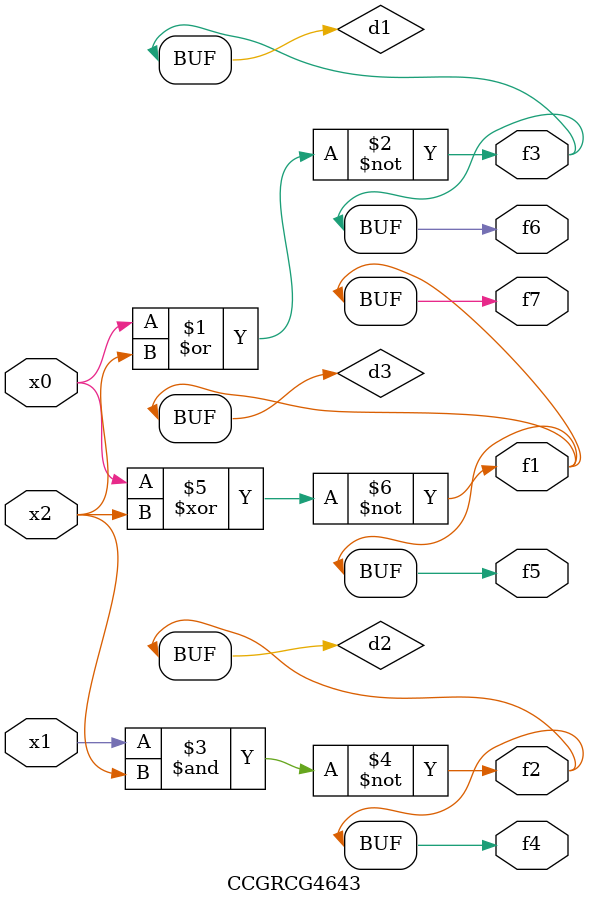
<source format=v>
module CCGRCG4643(
	input x0, x1, x2,
	output f1, f2, f3, f4, f5, f6, f7
);

	wire d1, d2, d3;

	nor (d1, x0, x2);
	nand (d2, x1, x2);
	xnor (d3, x0, x2);
	assign f1 = d3;
	assign f2 = d2;
	assign f3 = d1;
	assign f4 = d2;
	assign f5 = d3;
	assign f6 = d1;
	assign f7 = d3;
endmodule

</source>
